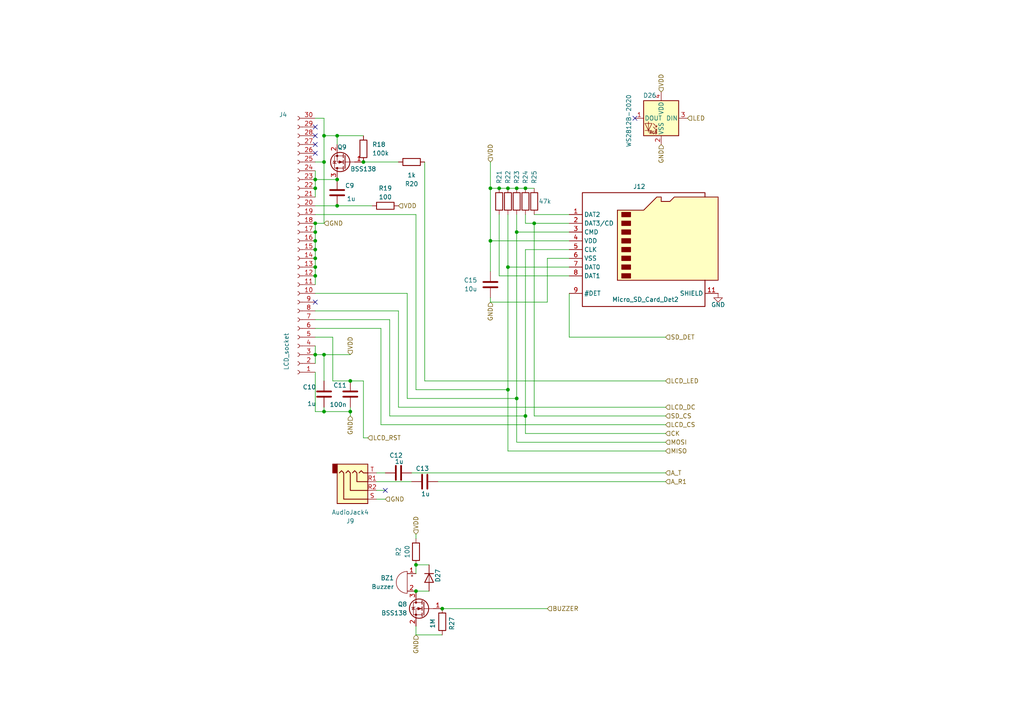
<source format=kicad_sch>
(kicad_sch (version 20231120) (generator "eeschema") (generator_version "8.0")
  (paper "A4")
  (lib_symbols
    (symbol "Connector:Conn_01x30_Socket" (pin_names (offset 1.016) hide)
      (property "Reference" "J" (at 0 38.1 0))
      (property "Value" "Conn_01x30_Socket" (at 0 -40.64 0))
      (symbol "Conn_01x30_Socket_1_1"
        (arc (start 0 -37.592) (mid -0.5058 -38.1) (end 0 -38.608) (stroke (width 0.1524)))
        (arc (start 0 -35.052) (mid -0.5058 -35.56) (end 0 -36.068) (stroke (width 0.1524)))
        (arc (start 0 -32.512) (mid -0.5058 -33.02) (end 0 -33.528) (stroke (width 0.1524)))
        (arc (start 0 -29.972) (mid -0.5058 -30.48) (end 0 -30.988) (stroke (width 0.1524)))
        (arc (start 0 -27.432) (mid -0.5058 -27.94) (end 0 -28.448) (stroke (width 0.1524)))
        (arc (start 0 -24.892) (mid -0.5058 -25.4) (end 0 -25.908) (stroke (width 0.1524)))
        (arc (start 0 -22.352) (mid -0.5058 -22.86) (end 0 -23.368) (stroke (width 0.1524)))
        (arc (start 0 -19.812) (mid -0.5058 -20.32) (end 0 -20.828) (stroke (width 0.1524)))
        (arc (start 0 -17.272) (mid -0.5058 -17.78) (end 0 -18.288) (stroke (width 0.1524)))
        (arc (start 0 -14.732) (mid -0.5058 -15.24) (end 0 -15.748) (stroke (width 0.1524)))
        (arc (start 0 -12.192) (mid -0.5058 -12.7) (end 0 -13.208) (stroke (width 0.1524)))
        (arc (start 0 -9.652) (mid -0.5058 -10.16) (end 0 -10.668) (stroke (width 0.1524)))
        (arc (start 0 -7.112) (mid -0.5058 -7.62) (end 0 -8.128) (stroke (width 0.1524)))
        (arc (start 0 -4.572) (mid -0.5058 -5.08) (end 0 -5.588) (stroke (width 0.1524)))
        (arc (start 0 -2.032) (mid -0.5058 -2.54) (end 0 -3.048) (stroke (width 0.1524)))
        (polyline (pts (xy -1.27 -38.1) (xy -0.508 -38.1)) (stroke (width 0.1524)))
        (polyline (pts (xy -1.27 -35.56) (xy -0.508 -35.56)) (stroke (width 0.1524)))
        (polyline (pts (xy -1.27 -33.02) (xy -0.508 -33.02)) (stroke (width 0.1524)))
        (polyline (pts (xy -1.27 -30.48) (xy -0.508 -30.48)) (stroke (width 0.1524)))
        (polyline (pts (xy -1.27 -27.94) (xy -0.508 -27.94)) (stroke (width 0.1524)))
        (polyline (pts (xy -1.27 -25.4) (xy -0.508 -25.4)) (stroke (width 0.1524)))
        (polyline (pts (xy -1.27 -22.86) (xy -0.508 -22.86)) (stroke (width 0.1524)))
        (polyline (pts (xy -1.27 -20.32) (xy -0.508 -20.32)) (stroke (width 0.1524)))
        (polyline (pts (xy -1.27 -17.78) (xy -0.508 -17.78)) (stroke (width 0.1524)))
        (polyline (pts (xy -1.27 -15.24) (xy -0.508 -15.24)) (stroke (width 0.1524)))
        (polyline (pts (xy -1.27 -12.7) (xy -0.508 -12.7)) (stroke (width 0.1524)))
        (polyline (pts (xy -1.27 -10.16) (xy -0.508 -10.16)) (stroke (width 0.1524)))
        (polyline (pts (xy -1.27 -7.62) (xy -0.508 -7.62)) (stroke (width 0.1524)))
        (polyline (pts (xy -1.27 -5.08) (xy -0.508 -5.08)) (stroke (width 0.1524)))
        (polyline (pts (xy -1.27 -2.54) (xy -0.508 -2.54)) (stroke (width 0.1524)))
        (polyline (pts (xy -1.27 0) (xy -0.508 0)) (stroke (width 0.1524)))
        (polyline (pts (xy -1.27 2.54) (xy -0.508 2.54)) (stroke (width 0.1524)))
        (polyline (pts (xy -1.27 5.08) (xy -0.508 5.08)) (stroke (width 0.1524)))
        (polyline (pts (xy -1.27 7.62) (xy -0.508 7.62)) (stroke (width 0.1524)))
        (polyline (pts (xy -1.27 10.16) (xy -0.508 10.16)) (stroke (width 0.1524)))
        (polyline (pts (xy -1.27 12.7) (xy -0.508 12.7)) (stroke (width 0.1524)))
        (polyline (pts (xy -1.27 15.24) (xy -0.508 15.24)) (stroke (width 0.1524)))
        (polyline (pts (xy -1.27 17.78) (xy -0.508 17.78)) (stroke (width 0.1524)))
        (polyline (pts (xy -1.27 20.32) (xy -0.508 20.32)) (stroke (width 0.1524)))
        (polyline (pts (xy -1.27 22.86) (xy -0.508 22.86)) (stroke (width 0.1524)))
        (polyline (pts (xy -1.27 25.4) (xy -0.508 25.4)) (stroke (width 0.1524)))
        (polyline (pts (xy -1.27 27.94) (xy -0.508 27.94)) (stroke (width 0.1524)))
        (polyline (pts (xy -1.27 30.48) (xy -0.508 30.48)) (stroke (width 0.1524)))
        (polyline (pts (xy -1.27 33.02) (xy -0.508 33.02)) (stroke (width 0.1524)))
        (polyline (pts (xy -1.27 35.56) (xy -0.508 35.56)) (stroke (width 0.1524)))
        (arc (start 0 0.508) (mid -0.5058 0) (end 0 -0.508) (stroke (width 0.1524)))
        (arc (start 0 3.048) (mid -0.5058 2.54) (end 0 2.032) (stroke (width 0.1524)))
        (arc (start 0 5.588) (mid -0.5058 5.08) (end 0 4.572) (stroke (width 0.1524)))
        (arc (start 0 8.128) (mid -0.5058 7.62) (end 0 7.112) (stroke (width 0.1524)))
        (arc (start 0 10.668) (mid -0.5058 10.16) (end 0 9.652) (stroke (width 0.1524)))
        (arc (start 0 13.208) (mid -0.5058 12.7) (end 0 12.192) (stroke (width 0.1524)))
        (arc (start 0 15.748) (mid -0.5058 15.24) (end 0 14.732) (stroke (width 0.1524)))
        (arc (start 0 18.288) (mid -0.5058 17.78) (end 0 17.272) (stroke (width 0.1524)))
        (arc (start 0 20.828) (mid -0.5058 20.32) (end 0 19.812) (stroke (width 0.1524)))
        (arc (start 0 23.368) (mid -0.5058 22.86) (end 0 22.352) (stroke (width 0.1524)))
        (arc (start 0 25.908) (mid -0.5058 25.4) (end 0 24.892) (stroke (width 0.1524)))
        (arc (start 0 28.448) (mid -0.5058 27.94) (end 0 27.432) (stroke (width 0.1524)))
        (arc (start 0 30.988) (mid -0.5058 30.48) (end 0 29.972) (stroke (width 0.1524)))
        (arc (start 0 33.528) (mid -0.5058 33.02) (end 0 32.512) (stroke (width 0.1524)))
        (arc (start 0 36.068) (mid -0.5058 35.56) (end 0 35.052) (stroke (width 0.1524)))
        (pin passive line (at -5.08 35.56 0) (length 3.81) (name "Pin_1") (number "1"))
        (pin passive line (at -5.08 12.7 0) (length 3.81) (name "Pin_10") (number "10"))
        (pin passive line (at -5.08 10.16 0) (length 3.81) (name "Pin_11") (number "11"))
        (pin passive line (at -5.08 7.62 0) (length 3.81) (name "Pin_12") (number "12"))
        (pin passive line (at -5.08 5.08 0) (length 3.81) (name "Pin_13") (number "13"))
        (pin passive line (at -5.08 2.54 0) (length 3.81) (name "Pin_14") (number "14"))
        (pin passive line (at -5.08 0 0) (length 3.81) (name "Pin_15") (number "15"))
        (pin passive line (at -5.08 -2.54 0) (length 3.81) (name "Pin_16") (number "16"))
        (pin passive line (at -5.08 -5.08 0) (length 3.81) (name "Pin_17") (number "17"))
        (pin passive line (at -5.08 -7.62 0) (length 3.81) (name "Pin_18") (number "18"))
        (pin passive line (at -5.08 -10.16 0) (length 3.81) (name "Pin_19") (number "19"))
        (pin passive line (at -5.08 33.02 0) (length 3.81) (name "Pin_2") (number "2"))
        (pin passive line (at -5.08 -12.7 0) (length 3.81) (name "Pin_20") (number "20"))
        (pin passive line (at -5.08 -15.24 0) (length 3.81) (name "Pin_21") (number "21"))
        (pin passive line (at -5.08 -17.78 0) (length 3.81) (name "Pin_22") (number "22"))
        (pin passive line (at -5.08 -20.32 0) (length 3.81) (name "Pin_23") (number "23"))
        (pin passive line (at -5.08 -22.86 0) (length 3.81) (name "Pin_24") (number "24"))
        (pin passive line (at -5.08 -25.4 0) (length 3.81) (name "Pin_25") (number "25"))
        (pin passive line (at -5.08 -27.94 0) (length 3.81) (name "Pin_26") (number "26"))
        (pin passive line (at -5.08 -30.48 0) (length 3.81) (name "Pin_27") (number "27"))
        (pin passive line (at -5.08 -33.02 0) (length 3.81) (name "Pin_28") (number "28"))
        (pin passive line (at -5.08 -35.56 0) (length 3.81) (name "Pin_29") (number "29"))
        (pin passive line (at -5.08 30.48 0) (length 3.81) (name "Pin_3") (number "3"))
        (pin passive line (at -5.08 -38.1 0) (length 3.81) (name "Pin_30") (number "30"))
        (pin passive line (at -5.08 27.94 0) (length 3.81) (name "Pin_4") (number "4"))
        (pin passive line (at -5.08 25.4 0) (length 3.81) (name "Pin_5") (number "5"))
        (pin passive line (at -5.08 22.86 0) (length 3.81) (name "Pin_6") (number "6"))
        (pin passive line (at -5.08 20.32 0) (length 3.81) (name "Pin_7") (number "7"))
        (pin passive line (at -5.08 17.78 0) (length 3.81) (name "Pin_8") (number "8"))
        (pin passive line (at -5.08 15.24 0) (length 3.81) (name "Pin_9") (number "9"))
      )
    )
    (symbol "Connector:Micro_SD_Card_Det2"
      (property "Reference" "J8" (at -2.54 18.288 0))
      (property "Value" "Micro_SD_Card_Det2" (at -0.762 -14.478 0))
      (symbol "Micro_SD_Card_Det2_0_1"
        (rectangle (start -7.62 -6.985) (end -5.08 -8.255) (stroke (width 0.254)) (fill (type outline)))
        (rectangle (start -7.62 -4.445) (end -5.08 -5.715) (stroke (width 0.254)) (fill (type outline)))
        (rectangle (start -7.62 -1.905) (end -5.08 -3.175) (stroke (width 0.254)) (fill (type outline)))
        (rectangle (start -7.62 0.635) (end -5.08 -0.635) (stroke (width 0.254)) (fill (type outline)))
        (rectangle (start -7.62 3.175) (end -5.08 1.905) (stroke (width 0.254)) (fill (type outline)))
        (rectangle (start -7.62 5.715) (end -5.08 4.445) (stroke (width 0.254)) (fill (type outline)))
        (rectangle (start -7.62 8.255) (end -5.08 6.985) (stroke (width 0.254)) (fill (type outline)))
        (rectangle (start -7.62 10.795) (end -5.08 9.525) (stroke (width 0.254)) (fill (type outline)))
        (polyline (pts (xy 16.51 15.24) (xy 16.51 16.51) (xy -19.05 16.51) (xy -19.05 -16.51) (xy 16.51 -16.51) (xy 16.51 -8.89)) (stroke (width 0.254)))
        (polyline (pts (xy -8.89 -8.89) (xy -8.89 11.43) (xy -1.27 11.43) (xy 2.54 15.24) (xy 3.81 15.24) (xy 3.81 13.97) (xy 6.35 13.97) (xy 7.62 15.24) (xy 20.32 15.24) (xy 20.32 -8.89) (xy -8.89 -8.89)) (stroke (width 0.254)) (fill (type background)))
      )
      (symbol "Micro_SD_Card_Det2_1_1"
        (pin bidirectional line (at -22.86 10.16 0) (length 3.81) (name "DAT2") (number "1"))
        (pin passive line (at 20.32 -12.7 180) (length 3.81) (name "SHIELD") (number "11"))
        (pin bidirectional line (at -22.86 7.62 0) (length 3.81) (name "DAT3/CD") (number "2"))
        (pin input line (at -22.86 5.08 0) (length 3.81) (name "CMD") (number "3"))
        (pin power_in line (at -22.86 2.54 0) (length 3.81) (name "VDD") (number "4"))
        (pin input line (at -22.86 0 0) (length 3.81) (name "CLK") (number "5"))
        (pin power_in line (at -22.86 -2.54 0) (length 3.81) (name "VSS") (number "6"))
        (pin bidirectional line (at -22.86 -5.08 0) (length 3.81) (name "DAT0") (number "7"))
        (pin bidirectional line (at -22.86 -7.62 0) (length 3.81) (name "DAT1") (number "8"))
        (pin passive line (at -22.86 -12.7 0) (length 3.81) (name "#DET") (number "9"))
      )
    )
    (symbol "Connector_Audio:AudioJack4"
      (property "Reference" "J" (at 0 8.89 0))
      (property "Value" "AudioJack4" (at 0 6.35 0))
      (symbol "AudioJack4_0_1"
        (rectangle (start -6.35 -5.08) (end -7.62 -7.62) (stroke (width 0.254)) (fill (type outline)))
        (polyline (pts (xy 0 -5.08) (xy 0.635 -5.715) (xy 1.27 -5.08) (xy 2.54 -5.08)) (stroke (width 0.254)))
        (polyline (pts (xy -5.715 -5.08) (xy -5.08 -5.715) (xy -4.445 -5.08) (xy -4.445 2.54) (xy 2.54 2.54)) (stroke (width 0.254)))
        (polyline (pts (xy -1.905 -5.08) (xy -1.27 -5.715) (xy -0.635 -5.08) (xy -0.635 -2.54) (xy 2.54 -2.54)) (stroke (width 0.254)))
        (polyline (pts (xy 2.54 0) (xy -2.54 0) (xy -2.54 -5.08) (xy -3.175 -5.715) (xy -3.81 -5.08)) (stroke (width 0.254)))
        (rectangle (start 2.54 3.81) (end -6.35 -7.62) (stroke (width 0.254)) (fill (type background)))
      )
      (symbol "AudioJack4_1_1"
        (pin passive line (at 5.08 -2.54 180) (length 2.54) (name "~") (number "R1"))
        (pin passive line (at 5.08 0 180) (length 2.54) (name "~") (number "R2"))
        (pin passive line (at 5.08 2.54 180) (length 2.54) (name "~") (number "S"))
        (pin passive line (at 5.08 -5.08 180) (length 2.54) (name "~") (number "T"))
      )
    )
    (symbol "Device:Buzzer" (pin_names (offset 0.0254) hide)
      (property "Reference" "BZ" (at 3.81 1.27 0))
      (property "Value" "Buzzer" (at 3.81 -1.27 0))
      (symbol "Buzzer_0_1"
        (arc (start 0 -3.175) (mid 3.1612 0) (end 0 3.175))
        (polyline (pts (xy -1.651 1.905) (xy -1.143 1.905)))
        (polyline (pts (xy -1.397 2.159) (xy -1.397 1.651)))
        (polyline (pts (xy 0 3.175) (xy 0 -3.175)))
      )
      (symbol "Buzzer_1_1"
        (pin passive line (at -2.54 2.54 0) (length 2.54) (name "+") (number "1"))
        (pin passive line (at -2.54 -2.54 0) (length 2.54) (name "-") (number "2"))
      )
    )
    (symbol "Device:C" (pin_numbers hide) (pin_names (offset 0.254))
      (property "Reference" "C" (at 0.635 2.54 0))
      (property "Value" "C" (at 0.635 -2.54 0))
      (symbol "C_0_1"
        (polyline (pts (xy -2.032 -0.762) (xy 2.032 -0.762)) (stroke (width 0.508)))
        (polyline (pts (xy -2.032 0.762) (xy 2.032 0.762)) (stroke (width 0.508)))
      )
      (symbol "C_1_1"
        (pin passive line (at 0 3.81 270) (length 2.794) (name "~") (number "1"))
        (pin passive line (at 0 -3.81 90) (length 2.794) (name "~") (number "2"))
      )
    )
    (symbol "Device:D" (pin_numbers hide) (pin_names (offset 1.016) hide)
      (property "Reference" "D" (at 0 2.54 0))
      (property "Value" "D" (at 0 -2.54 0))
      (symbol "D_0_1"
        (polyline (pts (xy -1.27 1.27) (xy -1.27 -1.27)) (stroke (width 0.254)))
        (polyline (pts (xy 1.27 0) (xy -1.27 0)))
        (polyline (pts (xy 1.27 1.27) (xy 1.27 -1.27) (xy -1.27 0) (xy 1.27 1.27)) (stroke (width 0.254)))
      )
      (symbol "D_1_1"
        (pin passive line (at -3.81 0 0) (length 2.54) (name "K") (number "1"))
        (pin passive line (at 3.81 0 180) (length 2.54) (name "A") (number "2"))
      )
    )
    (symbol "Device:R" (pin_numbers hide) (pin_names (offset 0))
      (property "Reference" "R" (at 2.032 0 90))
      (property "Value" "R" (at 0 0 90))
      (symbol "R_0_1"
        (rectangle (start -1.016 -2.54) (end 1.016 2.54) (stroke (width 0.254)))
      )
      (symbol "R_1_1"
        (pin passive line (at 0 3.81 270) (length 1.27) (name "~") (number "1"))
        (pin passive line (at 0 -3.81 90) (length 1.27) (name "~") (number "2"))
      )
    )
    (symbol "LED:WS2812B-2020" (pin_names (offset 0.254))
      (property "Reference" "D" (at 5.08 5.715 0))
      (property "Value" "WS2812B-2020" (at 1.27 -5.715 0))
      (symbol "WS2812B-2020_0_0"
        (text "RGB" (at 2.286 -4.191 0) (effects (font (size 0.762 0.762))))
      )
      (symbol "WS2812B-2020_0_1"
        (polyline (pts (xy 1.27 -3.556) (xy 1.778 -3.556)))
        (polyline (pts (xy 1.27 -2.54) (xy 1.778 -2.54)))
        (polyline (pts (xy 4.699 -3.556) (xy 2.667 -3.556)))
        (polyline (pts (xy 2.286 -2.54) (xy 1.27 -3.556) (xy 1.27 -3.048)))
        (polyline (pts (xy 2.286 -1.524) (xy 1.27 -2.54) (xy 1.27 -2.032)))
        (polyline (pts (xy 3.683 -1.016) (xy 3.683 -3.556) (xy 3.683 -4.064)))
        (polyline (pts (xy 4.699 -1.524) (xy 2.667 -1.524) (xy 3.683 -3.556) (xy 4.699 -1.524)))
        (rectangle (start 5.08 5.08) (end -5.08 -5.08) (stroke (width 0.254)) (fill (type background)))
      )
      (symbol "WS2812B-2020_1_1"
        (pin output line (at 7.62 0 180) (length 2.54) (name "DOUT") (number "1"))
        (pin power_in line (at 0 -7.62 90) (length 2.54) (name "VSS") (number "2"))
        (pin input line (at -7.62 0 0) (length 2.54) (name "DIN") (number "3"))
        (pin power_in line (at 0 7.62 270) (length 2.54) (name "VDD") (number "4"))
      )
    )
    (symbol "Transistor_FET:BSS138" (pin_names hide)
      (property "Reference" "Q" (at 5.08 1.905 0))
      (property "Value" "BSS138" (at 5.08 0 0))
      (symbol "BSS138_0_1"
        (polyline (pts (xy 0.254 0) (xy -2.54 0)))
        (polyline (pts (xy 0.254 1.905) (xy 0.254 -1.905)) (stroke (width 0.254)))
        (polyline (pts (xy 0.762 -1.27) (xy 0.762 -2.286)) (stroke (width 0.254)))
        (polyline (pts (xy 0.762 0.508) (xy 0.762 -0.508)) (stroke (width 0.254)))
        (polyline (pts (xy 0.762 2.286) (xy 0.762 1.27)) (stroke (width 0.254)))
        (polyline (pts (xy 2.54 2.54) (xy 2.54 1.778)))
        (polyline (pts (xy 2.54 -2.54) (xy 2.54 0) (xy 0.762 0)))
        (polyline (pts (xy 0.762 -1.778) (xy 3.302 -1.778) (xy 3.302 1.778) (xy 0.762 1.778)))
        (polyline (pts (xy 1.016 0) (xy 2.032 0.381) (xy 2.032 -0.381) (xy 1.016 0)) (fill (type outline)))
        (polyline (pts (xy 2.794 0.508) (xy 2.921 0.381) (xy 3.683 0.381) (xy 3.81 0.254)))
        (polyline (pts (xy 3.302 0.381) (xy 2.921 -0.254) (xy 3.683 -0.254) (xy 3.302 0.381)))
        (circle (center 1.651 0) (radius 2.794) (stroke (width 0.254)))
        (circle (center 2.54 -1.778) (radius 0.254) (fill (type outline)))
        (circle (center 2.54 1.778) (radius 0.254) (fill (type outline)))
      )
      (symbol "BSS138_1_1"
        (pin input line (at -5.08 0 0) (length 2.54) (name "G") (number "1"))
        (pin passive line (at 2.54 -5.08 90) (length 2.54) (name "S") (number "2"))
        (pin passive line (at 2.54 5.08 270) (length 2.54) (name "D") (number "3"))
      )
    )
    (symbol "power:GND" (power) (pin_numbers hide) (pin_names (offset 0) hide)
      (property "Value" "GND" (at 0 -3.81 0))
      (symbol "GND_0_1"
        (polyline (pts (xy 0 0) (xy 0 -1.27) (xy 1.27 -1.27) (xy 0 -2.54) (xy -1.27 -1.27) (xy 0 -1.27)))
      )
      (symbol "GND_1_1"
        (pin power_in line (at 0 0 270) (length 0) (name "~") (number "1"))
      )
    )
  )
  (junction (at 91.44 102.87))
  (junction (at 147.32 54.61))
  (junction (at 91.44 74.93))
  (junction (at 120.65 171.45))
  (junction (at 144.78 54.61))
  (junction (at 93.98 102.87))
  (junction (at 91.44 72.39))
  (junction (at 101.6 119.38))
  (junction (at 105.41 46.99))
  (junction (at 147.32 113.03))
  (junction (at 97.79 59.69))
  (junction (at 149.86 54.61))
  (junction (at 120.65 163.83))
  (junction (at 128.27 176.53))
  (junction (at 91.44 80.01))
  (junction (at 93.98 119.38))
  (junction (at 93.98 39.37))
  (junction (at 101.6 110.49))
  (junction (at 91.44 64.77))
  (junction (at 91.44 52.07))
  (junction (at 91.44 69.85))
  (junction (at 149.86 67.31))
  (junction (at 91.44 67.31))
  (junction (at 142.24 54.61))
  (junction (at 93.98 46.99))
  (junction (at 97.79 52.07))
  (junction (at 152.4 54.61))
  (junction (at 147.32 77.47))
  (junction (at 149.86 115.57))
  (junction (at 142.24 69.85))
  (junction (at 91.44 77.47))
  (junction (at 154.94 64.77))
  (junction (at 97.79 39.37))
  (junction (at 152.4 120.65))
  (junction (at 91.44 54.61))
  (no_connect (at 91.44 41.91))
  (no_connect (at 91.44 39.37))
  (no_connect (at 111.76 142.24))
  (no_connect (at 184.15 34.29))
  (no_connect (at 91.44 36.83))
  (no_connect (at 91.44 44.45))
  (no_connect (at 91.44 87.63))
  (wire (pts (xy 105.41 110.49) (xy 101.6 110.49)))
  (wire (pts (xy 105.41 127) (xy 105.41 110.49)))
  (wire (pts (xy 120.65 154.94) (xy 120.65 156.21)))
  (wire (pts (xy 154.94 64.77) (xy 154.94 120.65)))
  (wire (pts (xy 111.76 144.78) (xy 109.22 144.78)))
  (wire (pts (xy 91.44 34.29) (xy 93.98 34.29)))
  (wire (pts (xy 91.44 72.39) (xy 91.44 74.93)))
  (wire (pts (xy 152.4 62.23) (xy 152.4 64.77)))
  (wire (pts (xy 149.86 115.57) (xy 149.86 128.27)))
  (wire (pts (xy 91.44 102.87) (xy 93.98 102.87)))
  (wire (pts (xy 105.41 127) (xy 106.68 127)))
  (wire (pts (xy 149.86 67.31) (xy 149.86 62.23)))
  (wire (pts (xy 93.98 102.87) (xy 93.98 110.49)))
  (wire (pts (xy 128.27 176.53) (xy 158.75 176.53)))
  (wire (pts (xy 144.78 54.61) (xy 147.32 54.61)))
  (wire (pts (xy 93.98 39.37) (xy 93.98 34.29)))
  (wire (pts (xy 120.65 62.23) (xy 120.65 113.03)))
  (wire (pts (xy 91.44 80.01) (xy 91.44 82.55)))
  (wire (pts (xy 96.52 110.49) (xy 101.6 110.49)))
  (wire (pts (xy 124.46 163.83) (xy 120.65 163.83)))
  (wire (pts (xy 91.44 52.07) (xy 91.44 54.61)))
  (wire (pts (xy 193.04 110.49) (xy 123.19 110.49)))
  (wire (pts (xy 97.79 39.37) (xy 105.41 39.37)))
  (wire (pts (xy 165.1 85.09) (xy 165.1 97.79)))
  (wire (pts (xy 93.98 118.11) (xy 93.98 119.38)))
  (wire (pts (xy 93.98 119.38) (xy 101.6 119.38)))
  (wire (pts (xy 91.44 77.47) (xy 91.44 80.01)))
  (wire (pts (xy 147.32 130.81) (xy 193.04 130.81)))
  (wire (pts (xy 120.65 113.03) (xy 147.32 113.03)))
  (wire (pts (xy 165.1 64.77) (xy 154.94 64.77)))
  (wire (pts (xy 91.44 67.31) (xy 91.44 69.85)))
  (wire (pts (xy 120.65 184.15) (xy 128.27 184.15)))
  (wire (pts (xy 91.44 92.71) (xy 113.03 92.71)))
  (wire (pts (xy 147.32 77.47) (xy 147.32 62.23)))
  (wire (pts (xy 91.44 119.38) (xy 93.98 119.38)))
  (wire (pts (xy 93.98 46.99) (xy 93.98 39.37)))
  (wire (pts (xy 152.4 54.61) (xy 154.94 54.61)))
  (wire (pts (xy 120.65 163.83) (xy 120.65 166.37)))
  (wire (pts (xy 154.94 64.77) (xy 152.4 64.77)))
  (wire (pts (xy 113.03 92.71) (xy 113.03 120.65)))
  (wire (pts (xy 124.46 171.45) (xy 120.65 171.45)))
  (wire (pts (xy 91.44 54.61) (xy 91.44 57.15)))
  (wire (pts (xy 115.57 118.11) (xy 193.04 118.11)))
  (wire (pts (xy 91.44 74.93) (xy 91.44 77.47)))
  (wire (pts (xy 123.19 110.49) (xy 123.19 46.99)))
  (wire (pts (xy 109.22 142.24) (xy 111.76 142.24)))
  (wire (pts (xy 119.38 137.16) (xy 193.04 137.16)))
  (wire (pts (xy 193.04 120.65) (xy 154.94 120.65)))
  (wire (pts (xy 91.44 107.95) (xy 91.44 119.38)))
  (wire (pts (xy 91.44 64.77) (xy 91.44 67.31)))
  (wire (pts (xy 120.65 184.15) (xy 120.65 181.61)))
  (wire (pts (xy 152.4 125.73) (xy 193.04 125.73)))
  (wire (pts (xy 127 139.7) (xy 193.04 139.7)))
  (wire (pts (xy 142.24 87.63) (xy 142.24 86.36)))
  (wire (pts (xy 115.57 90.17) (xy 115.57 118.11)))
  (wire (pts (xy 142.24 87.63) (xy 158.75 87.63)))
  (wire (pts (xy 152.4 72.39) (xy 152.4 120.65)))
  (wire (pts (xy 158.75 74.93) (xy 158.75 87.63)))
  (wire (pts (xy 118.11 85.09) (xy 118.11 115.57)))
  (wire (pts (xy 91.44 62.23) (xy 120.65 62.23)))
  (wire (pts (xy 149.86 128.27) (xy 193.04 128.27)))
  (wire (pts (xy 91.44 46.99) (xy 93.98 46.99)))
  (wire (pts (xy 165.1 67.31) (xy 149.86 67.31)))
  (wire (pts (xy 152.4 120.65) (xy 152.4 125.73)))
  (wire (pts (xy 154.94 62.23) (xy 165.1 62.23)))
  (wire (pts (xy 142.24 78.74) (xy 142.24 69.85)))
  (wire (pts (xy 144.78 80.01) (xy 144.78 62.23)))
  (wire (pts (xy 91.44 64.77) (xy 93.98 64.77)))
  (wire (pts (xy 91.44 90.17) (xy 115.57 90.17)))
  (wire (pts (xy 113.03 120.65) (xy 152.4 120.65)))
  (wire (pts (xy 158.75 74.93) (xy 165.1 74.93)))
  (wire (pts (xy 149.86 54.61) (xy 152.4 54.61)))
  (wire (pts (xy 193.04 97.79) (xy 165.1 97.79)))
  (wire (pts (xy 91.44 59.69) (xy 97.79 59.69)))
  (wire (pts (xy 91.44 97.79) (xy 96.52 97.79)))
  (wire (pts (xy 165.1 69.85) (xy 142.24 69.85)))
  (wire (pts (xy 142.24 69.85) (xy 142.24 54.61)))
  (wire (pts (xy 165.1 77.47) (xy 147.32 77.47)))
  (wire (pts (xy 110.49 123.19) (xy 110.49 95.25)))
  (wire (pts (xy 97.79 59.69) (xy 107.95 59.69)))
  (wire (pts (xy 91.44 100.33) (xy 91.44 102.87)))
  (wire (pts (xy 110.49 95.25) (xy 91.44 95.25)))
  (wire (pts (xy 147.32 77.47) (xy 147.32 113.03)))
  (wire (pts (xy 101.6 119.38) (xy 101.6 120.65)))
  (wire (pts (xy 152.4 72.39) (xy 165.1 72.39)))
  (wire (pts (xy 193.04 123.19) (xy 110.49 123.19)))
  (wire (pts (xy 111.76 137.16) (xy 109.22 137.16)))
  (wire (pts (xy 149.86 67.31) (xy 149.86 115.57)))
  (wire (pts (xy 147.32 113.03) (xy 147.32 130.81)))
  (wire (pts (xy 142.24 46.99) (xy 142.24 54.61)))
  (wire (pts (xy 97.79 39.37) (xy 93.98 39.37)))
  (wire (pts (xy 165.1 80.01) (xy 144.78 80.01)))
  (wire (pts (xy 147.32 54.61) (xy 149.86 54.61)))
  (wire (pts (xy 97.79 41.91) (xy 97.79 39.37)))
  (wire (pts (xy 101.6 118.11) (xy 101.6 119.38)))
  (wire (pts (xy 91.44 69.85) (xy 91.44 72.39)))
  (wire (pts (xy 91.44 52.07) (xy 97.79 52.07)))
  (wire (pts (xy 96.52 97.79) (xy 96.52 110.49)))
  (wire (pts (xy 118.11 115.57) (xy 149.86 115.57)))
  (wire (pts (xy 93.98 102.87) (xy 101.6 102.87)))
  (wire (pts (xy 93.98 64.77) (xy 93.98 46.99)))
  (wire (pts (xy 109.22 139.7) (xy 119.38 139.7)))
  (wire (pts (xy 91.44 102.87) (xy 91.44 105.41)))
  (wire (pts (xy 142.24 54.61) (xy 144.78 54.61)))
  (wire (pts (xy 91.44 49.53) (xy 91.44 52.07)))
  (wire (pts (xy 115.57 46.99) (xy 105.41 46.99)))
  (wire (pts (xy 91.44 85.09) (xy 118.11 85.09)))
  (hierarchical_label "GND" (shape input) (at 120.65 184.15 270))
  (hierarchical_label "A_T" (shape input) (at 193.04 137.16 0))
  (hierarchical_label "GND" (shape input) (at 191.77 41.91 270))
  (hierarchical_label "GND" (shape input) (at 142.24 87.63 270))
  (hierarchical_label "GND" (shape input) (at 93.98 64.77 0))
  (hierarchical_label "CK" (shape input) (at 193.04 125.73 0))
  (hierarchical_label "SD_DET" (shape input) (at 193.04 97.79 0))
  (hierarchical_label "LED" (shape input) (at 199.39 34.29 0))
  (hierarchical_label "MOSI" (shape input) (at 193.04 128.27 0))
  (hierarchical_label "VDD" (shape input) (at 142.24 46.99 90))
  (hierarchical_label "SD_CS" (shape input) (at 193.04 120.65 0))
  (hierarchical_label "LCD_LED" (shape input) (at 193.04 110.49 0))
  (hierarchical_label "BUZZER" (shape input) (at 158.75 176.53 0))
  (hierarchical_label "MISO" (shape input) (at 193.04 130.81 0))
  (hierarchical_label "LCD_CS" (shape input) (at 193.04 123.19 0))
  (hierarchical_label "GND" (shape input) (at 111.76 144.78 0))
  (hierarchical_label "LCD_RST" (shape input) (at 106.68 127 0))
  (hierarchical_label "VDD" (shape input) (at 120.65 154.94 90))
  (hierarchical_label "GND" (shape input) (at 101.6 120.65 270))
  (hierarchical_label "VDD" (shape input) (at 115.57 59.69 0))
  (hierarchical_label "VDD" (shape input) (at 101.6 102.87 90))
  (hierarchical_label "LCD_DC" (shape input) (at 193.04 118.11 0))
  (hierarchical_label "A_R1" (shape input) (at 193.04 139.7 0))
  (hierarchical_label "VDD" (shape input) (at 191.77 26.67 90))
  (symbol (lib_id "Connector:Conn_01x30_Socket") (at 86.36 72.39 180) (unit 1)
    (property "Reference" "J4" (at 83.312 33.274 0) (effects (justify left)))
    (property "Value" "LCD_socket" (at 83.058 96.52 90) (effects (justify left)))
    (property "Footprint" "Connector_FFC-FPC:Hirose_FH12-30S-0.5SH_1x30-1MP_P0.50mm_Horizontal" (effects (hide yes)))
    (property "Description" "Generic connector, single row, 01x30, script generated" (effects (hide yes)))
  )
  (symbol (lib_id "Device:C") (at 97.79 55.88 0) (unit 1)
    (property "Reference" "C9" (at 100.076 53.848 0) (effects (justify left)))
    (property "Value" "1u" (at 100.584 57.658 0) (effects (justify left)))
    (property "Footprint" "Capacitor_SMD:C_0805_2012Metric" (effects (hide yes)))
    (property "Description" "Unpolarized capacitor" (effects (hide yes)))
  )
  (symbol (lib_id "Device:R") (at 147.32 58.42 0) (unit 1)
    (property "Reference" "R22" (at 147.32 53.34 90) (effects (justify left)))
    (property "Value" "47k" (effects (hide yes)))
    (property "Footprint" "Resistor_SMD:R_0805_2012Metric_Pad1.20x1.40mm_HandSolder" (effects (hide yes)))
    (property "Description" "Resistor" (effects (hide yes)))
  )
  (symbol (lib_id "Device:R") (at 128.27 180.34 0) (mirror y) (unit 1)
    (property "Reference" "R27" (at 131.064 180.848 90))
    (property "Value" "1M" (at 125.476 180.848 90))
    (property "Footprint" "Resistor_SMD:R_0805_2012Metric_Pad1.20x1.40mm_HandSolder" (effects (hide yes)))
    (property "Description" "Resistor" (effects (hide yes)))
  )
  (symbol (lib_id "Device:Buzzer") (at 118.11 168.91 0) (mirror y) (unit 1)
    (property "Reference" "BZ1" (at 114.3 167.64 0) (effects (justify left)))
    (property "Value" "Buzzer" (at 114.3 170.18 0) (effects (justify left)))
    (property "Footprint" "Buzzer_Beeper:MagneticBuzzer_CUI_CMT-8504-100-SMT" (effects (hide yes)))
    (property "Description" "Buzzer, polarized" (effects (hide yes)))
  )
  (symbol (lib_id "Transistor_FET:BSS138") (at 123.19 176.53 0) (mirror y) (unit 1)
    (property "Reference" "Q8" (at 118.11 175.26 0) (effects (justify left)))
    (property "Value" "BSS138" (at 118.11 177.8 0) (effects (justify left)))
    (property "Footprint" "Package_TO_SOT_SMD:SOT-23" (effects (hide yes)))
    (property "Datasheet" "https://www.onsemi.com/pub/Collateral/BSS138-D.PDF" (effects (hide yes)))
    (property "Description" "50V Vds, 0.22A Id, N-Channel MOSFET, SOT-23" (effects (hide yes)))
  )
  (symbol (lib_id "Transistor_FET:BSS138") (at 100.33 46.99 180) (unit 1)
    (property "Reference" "Q9" (at 100.584 42.672 0) (effects (justify left)))
    (property "Value" "BSS138" (at 101.6 49.022 0) (effects (justify right)))
    (property "Footprint" "Package_TO_SOT_SMD:SOT-23" (effects (hide yes)))
    (property "Datasheet" "https://www.onsemi.com/pub/Collateral/BSS138-D.PDF" (effects (hide yes)))
    (property "Description" "50V Vds, 0.22A Id, N-Channel MOSFET, SOT-23" (effects (hide yes)))
  )
  (symbol (lib_id "Device:R") (at 119.38 46.99 270) (mirror x) (unit 1)
    (property "Reference" "R20" (at 119.38 53.34 90))
    (property "Value" "1k" (at 119.38 50.8 90))
    (property "Footprint" "Resistor_SMD:R_0805_2012Metric_Pad1.20x1.40mm_HandSolder" (effects (hide yes)))
    (property "Description" "Resistor" (effects (hide yes)))
  )
  (symbol (lib_id "Device:R") (at 152.4 58.42 0) (unit 1)
    (property "Reference" "R24" (at 152.4 53.34 90) (effects (justify left)))
    (property "Value" "47k" (effects (hide yes)))
    (property "Footprint" "Resistor_SMD:R_0805_2012Metric_Pad1.20x1.40mm_HandSolder" (effects (hide yes)))
    (property "Description" "Resistor" (effects (hide yes)))
  )
  (symbol (lib_id "Device:D") (at 124.46 167.64 90) (mirror x) (unit 1)
    (property "Reference" "D27" (at 127 168.91 0) (effects (justify right)))
    (property "Value" "D" (effects (hide yes)))
    (property "Footprint" "Diode_SMD:D_0805_2012Metric_Pad1.15x1.40mm_HandSolder" (effects (hide yes)))
    (property "Description" "Diode" (effects (hide yes)))
    (property "Sim.Device" "D" (effects (hide yes)))
    (property "Sim.Pins" "1=K 2=A" (effects (hide yes)))
  )
  (symbol (lib_id "power:GND") (at 208.28 85.09 0) (mirror y) (unit 1)
    (property "Reference" "#PWR023" (effects (hide yes)))
    (property "Value" "GND" (at 208.28 88.392 0))
    (property "Description" "Power symbol creates a global label with name \"GND\" , ground" (effects (hide yes)))
  )
  (symbol (lib_id "Connector:Micro_SD_Card_Det2") (at 187.96 72.39 0) (unit 1)
    (property "Reference" "J12" (at 185.42 54.102 0))
    (property "Value" "Micro_SD_Card_Det2" (at 187.198 86.868 0))
    (property "Footprint" "footprints:microSD_Short_1" (effects (hide yes)))
    (property "Datasheet" "https://www.hirose.com/en/product/document?clcode=&productname=&series=DM3&documenttype=Catalog&lang=en&documentid=D49662_en" (effects (hide yes)))
    (property "Description" "Micro SD Card Socket with two card detection pins" (effects (hide yes)))
  )
  (symbol (lib_id "Device:R") (at 144.78 58.42 0) (unit 1)
    (property "Reference" "R21" (at 144.78 53.34 90) (effects (justify left)))
    (property "Value" "47k" (effects (hide yes)))
    (property "Footprint" "Resistor_SMD:R_0805_2012Metric_Pad1.20x1.40mm_HandSolder" (effects (hide yes)))
    (property "Description" "Resistor" (effects (hide yes)))
  )
  (symbol (lib_id "Device:C") (at 115.57 137.16 90) (mirror x) (unit 1)
    (property "Reference" "C12" (at 116.84 132.08 90) (effects (justify left)))
    (property "Value" "1u" (at 117.094 133.858 90) (effects (justify left)))
    (property "Footprint" "Capacitor_SMD:C_0805_2012Metric" (effects (hide yes)))
    (property "Description" "Unpolarized capacitor" (effects (hide yes)))
  )
  (symbol (lib_id "Device:C") (at 123.19 139.7 90) (mirror x) (unit 1)
    (property "Reference" "C13" (at 124.46 135.89 90) (effects (justify left)))
    (property "Value" "1u" (at 124.714 143.256 90) (effects (justify left)))
    (property "Footprint" "Capacitor_SMD:C_0805_2012Metric" (effects (hide yes)))
    (property "Description" "Unpolarized capacitor" (effects (hide yes)))
  )
  (symbol (lib_id "Device:C") (at 142.24 82.55 0) (mirror y) (unit 1)
    (property "Reference" "C15" (at 138.43 81.2799 0) (effects (justify left)))
    (property "Value" "10u" (at 138.43 83.8199 0) (effects (justify left)))
    (property "Footprint" "Capacitor_SMD:C_0805_2012Metric" (effects (hide yes)))
    (property "Description" "Unpolarized capacitor" (effects (hide yes)))
  )
  (symbol (lib_id "LED:WS2812B-2020") (at 191.77 34.29 0) (mirror y) (unit 1)
    (property "Reference" "D26" (at 188.468 27.686 0))
    (property "Value" "WS2812B-2020" (at 182.372 35.052 90))
    (property "Footprint" "LED_SMD:LED_WS2812B-2020_PLCC4_2.0x2.0mm" (effects (hide yes)))
    (property "Datasheet" "https://cdn-shop.adafruit.com/product-files/4684/4684_WS2812B-2020_V1.3_EN.pdf" (effects (hide yes)))
    (property "Description" "RGB LED with integrated controller, 2.0 x 2.0 mm, 12 mA" (effects (hide yes)))
  )
  (symbol (lib_id "Device:R") (at 154.94 58.42 0) (unit 1)
    (property "Reference" "R25" (at 154.94 53.34 90) (effects (justify left)))
    (property "Value" "47k" (at 156.21 58.42 0) (effects (justify left)))
    (property "Footprint" "Resistor_SMD:R_0805_2012Metric_Pad1.20x1.40mm_HandSolder" (effects (hide yes)))
    (property "Description" "Resistor" (effects (hide yes)))
  )
  (symbol (lib_id "Device:R") (at 111.76 59.69 90) (unit 1)
    (property "Reference" "R19" (at 111.76 54.61 90))
    (property "Value" "100" (at 111.76 57.15 90))
    (property "Footprint" "Resistor_SMD:R_0805_2012Metric_Pad1.20x1.40mm_HandSolder" (effects (hide yes)))
    (property "Description" "Resistor" (effects (hide yes)))
  )
  (symbol (lib_id "Device:C") (at 101.6 114.3 0) (mirror y) (unit 1)
    (property "Reference" "C11" (at 100.584 111.76 0) (effects (justify left)))
    (property "Value" "100n" (at 100.584 117.348 0) (effects (justify left)))
    (property "Footprint" "Capacitor_SMD:C_0805_2012Metric" (effects (hide yes)))
    (property "Description" "Unpolarized capacitor" (effects (hide yes)))
  )
  (symbol (lib_id "Device:R") (at 105.41 43.18 180) (unit 1)
    (property "Reference" "R18" (at 107.95 41.9099 0) (effects (justify right)))
    (property "Value" "100k" (at 107.95 44.4499 0) (effects (justify right)))
    (property "Footprint" "Resistor_SMD:R_0805_2012Metric_Pad1.20x1.40mm_HandSolder" (effects (hide yes)))
    (property "Description" "Resistor" (effects (hide yes)))
  )
  (symbol (lib_id "Connector_Audio:AudioJack4") (at 104.14 142.24 0) (mirror x) (unit 1)
    (property "Reference" "J9" (at 101.6 151.13 0))
    (property "Value" "AudioJack4" (at 101.6 148.59 0))
    (property "Footprint" "footprints:Jack_3.5mm_PJ320D_Horizontal" (effects (hide yes)))
    (property "Description" "Audio Jack, 4 Poles (TRRS)" (effects (hide yes)))
  )
  (symbol (lib_id "Device:R") (at 120.65 160.02 180) (unit 1)
    (property "Reference" "R2" (at 115.57 160.02 90))
    (property "Value" "100" (at 118.11 160.02 90))
    (property "Footprint" "Resistor_SMD:R_0805_2012Metric_Pad1.20x1.40mm_HandSolder" (effects (hide yes)))
    (property "Description" "Resistor" (effects (hide yes)))
  )
  (symbol (lib_id "Device:R") (at 149.86 58.42 0) (unit 1)
    (property "Reference" "R23" (at 149.86 53.34 90) (effects (justify left)))
    (property "Value" "47k" (effects (hide yes)))
    (property "Footprint" "Resistor_SMD:R_0805_2012Metric_Pad1.20x1.40mm_HandSolder" (effects (hide yes)))
    (property "Description" "Resistor" (effects (hide yes)))
  )
  (symbol (lib_id "Device:C") (at 93.98 114.3 0) (mirror y) (unit 1)
    (property "Reference" "C10" (at 91.694 112.268 0) (effects (justify left)))
    (property "Value" "1u" (at 91.694 117.094 0) (effects (justify left)))
    (property "Footprint" "Capacitor_SMD:C_0805_2012Metric" (effects (hide yes)))
    (property "Description" "Unpolarized capacitor" (effects (hide yes)))
  )
)
</source>
